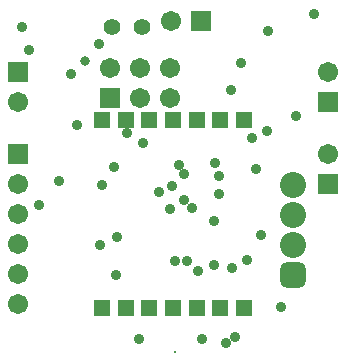
<source format=gbs>
%FSLAX25Y25*%
%MOIN*%
G70*
G01*
G75*
G04 Layer_Color=16711935*
%ADD10R,0.03937X0.02756*%
%ADD11R,0.02362X0.03937*%
%ADD12R,0.01969X0.03937*%
%ADD13R,0.02756X0.03937*%
%ADD14R,0.06299X0.07874*%
%ADD15O,0.02165X0.06496*%
%ADD16O,0.06496X0.02165*%
%ADD17R,0.02362X0.05118*%
%ADD18R,0.06299X0.02756*%
%ADD19R,0.02362X0.05906*%
%ADD20R,0.03150X0.09843*%
%ADD21R,0.03150X0.07480*%
%ADD22R,0.07480X0.03150*%
%ADD23C,0.00787*%
%ADD24C,0.07874*%
G04:AMPARAMS|DCode=25|XSize=78.74mil|YSize=78.74mil|CornerRadius=19.69mil|HoleSize=0mil|Usage=FLASHONLY|Rotation=270.000|XOffset=0mil|YOffset=0mil|HoleType=Round|Shape=RoundedRectangle|*
%AMROUNDEDRECTD25*
21,1,0.07874,0.03937,0,0,270.0*
21,1,0.03937,0.07874,0,0,270.0*
1,1,0.03937,-0.01969,-0.01969*
1,1,0.03937,-0.01969,0.01969*
1,1,0.03937,0.01969,0.01969*
1,1,0.03937,0.01969,-0.01969*
%
%ADD25ROUNDEDRECTD25*%
%ADD26C,0.07874*%
%ADD27C,0.05906*%
%ADD28R,0.05906X0.05906*%
%ADD29R,0.05906X0.05906*%
%ADD30C,0.04724*%
%ADD31C,0.02362*%
%ADD32C,0.02756*%
%ADD33R,0.04724X0.04724*%
%ADD34C,0.05906*%
%ADD35C,0.01000*%
%ADD36C,0.00984*%
%ADD37C,0.02362*%
%ADD38C,0.00394*%
%ADD39R,0.04737X0.03556*%
%ADD40R,0.03162X0.04737*%
%ADD41R,0.02769X0.04737*%
%ADD42R,0.03556X0.04737*%
%ADD43R,0.07099X0.08674*%
%ADD44O,0.02965X0.07296*%
%ADD45O,0.07296X0.02965*%
%ADD46R,0.03162X0.05918*%
%ADD47R,0.07099X0.03556*%
%ADD48R,0.03162X0.06706*%
%ADD49R,0.03950X0.10642*%
%ADD50R,0.03950X0.08280*%
%ADD51R,0.08280X0.03950*%
%ADD52C,0.00800*%
G04:AMPARAMS|DCode=53|XSize=86.74mil|YSize=86.74mil|CornerRadius=23.69mil|HoleSize=0mil|Usage=FLASHONLY|Rotation=270.000|XOffset=0mil|YOffset=0mil|HoleType=Round|Shape=RoundedRectangle|*
%AMROUNDEDRECTD53*
21,1,0.08674,0.03937,0,0,270.0*
21,1,0.03937,0.08674,0,0,270.0*
1,1,0.04737,-0.01969,-0.01969*
1,1,0.04737,-0.01969,0.01969*
1,1,0.04737,0.01969,0.01969*
1,1,0.04737,0.01969,-0.01969*
%
%ADD53ROUNDEDRECTD53*%
%ADD54C,0.08674*%
%ADD55C,0.06706*%
%ADD56R,0.06706X0.06706*%
%ADD57R,0.06706X0.06706*%
%ADD58C,0.05524*%
%ADD59C,0.03162*%
%ADD60C,0.03556*%
%ADD61R,0.05524X0.05524*%
D52*
X13779Y263779D02*
D03*
D53*
X53150Y289370D02*
D03*
D54*
Y299370D02*
D03*
Y309370D02*
D03*
Y319370D02*
D03*
D55*
X12126Y358425D02*
D03*
Y348425D02*
D03*
X2126Y358425D02*
D03*
Y348425D02*
D03*
X-7874Y358425D02*
D03*
X-38386Y347284D02*
D03*
X-38386Y319724D02*
D03*
Y309724D02*
D03*
Y299724D02*
D03*
Y289724D02*
D03*
Y279724D02*
D03*
X64961Y329724D02*
D03*
Y357284D02*
D03*
X12638Y374015D02*
D03*
D56*
X-7874Y348425D02*
D03*
X22638Y374015D02*
D03*
D57*
X-38386Y357284D02*
D03*
X-38386Y329724D02*
D03*
X64961Y319724D02*
D03*
Y347284D02*
D03*
D58*
X2953Y372047D02*
D03*
X-7047D02*
D03*
D59*
X-16240Y360728D02*
D03*
D60*
X-20721Y356387D02*
D03*
X-18701Y339567D02*
D03*
X-37008Y372244D02*
D03*
X21654Y290945D02*
D03*
X17717Y294094D02*
D03*
X40945Y324803D02*
D03*
X42520Y302756D02*
D03*
X37795Y294488D02*
D03*
X32677Y291732D02*
D03*
X26772Y292913D02*
D03*
X8655Y317109D02*
D03*
X33858Y268799D02*
D03*
X13976Y294237D02*
D03*
X30807Y266732D02*
D03*
X28429Y322337D02*
D03*
X-31496Y312795D02*
D03*
X16929Y323031D02*
D03*
X12303Y311417D02*
D03*
X-34744Y364665D02*
D03*
X1968Y268012D02*
D03*
X-10371Y319637D02*
D03*
X49229Y278740D02*
D03*
X12929Y319137D02*
D03*
X15229Y326237D02*
D03*
X-5689Y289354D02*
D03*
X-5471Y302137D02*
D03*
X-11371Y366437D02*
D03*
X16829Y314637D02*
D03*
X54129Y342637D02*
D03*
X28629Y316537D02*
D03*
X39429Y335237D02*
D03*
X19429Y311937D02*
D03*
X32529Y351137D02*
D03*
X27129Y326837D02*
D03*
X-24671Y320937D02*
D03*
X-6471Y325637D02*
D03*
X-2271Y336837D02*
D03*
X44929Y370837D02*
D03*
X26829Y307337D02*
D03*
X-11271Y299337D02*
D03*
X44629Y337637D02*
D03*
X3229Y333537D02*
D03*
X60329Y376637D02*
D03*
X35929Y360037D02*
D03*
X22736Y268307D02*
D03*
D61*
X36811Y341142D02*
D03*
X28937D02*
D03*
X21063D02*
D03*
X13189D02*
D03*
X5315D02*
D03*
X-2559D02*
D03*
X-10433D02*
D03*
Y278543D02*
D03*
X-2559D02*
D03*
X5315D02*
D03*
X13189D02*
D03*
X21063D02*
D03*
X28937D02*
D03*
X36811D02*
D03*
M02*

</source>
